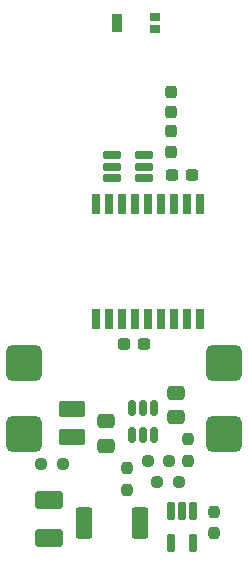
<source format=gbp>
G04 #@! TF.GenerationSoftware,KiCad,Pcbnew,9.0.3-9.0.3-0~ubuntu24.04.1*
G04 #@! TF.CreationDate,2025-08-01T09:32:50+02:00*
G04 #@! TF.ProjectId,PicoBalloon,5069636f-4261-46c6-9c6f-6f6e2e6b6963,rev?*
G04 #@! TF.SameCoordinates,Original*
G04 #@! TF.FileFunction,Paste,Bot*
G04 #@! TF.FilePolarity,Positive*
%FSLAX46Y46*%
G04 Gerber Fmt 4.6, Leading zero omitted, Abs format (unit mm)*
G04 Created by KiCad (PCBNEW 9.0.3-9.0.3-0~ubuntu24.04.1) date 2025-08-01 09:32:50*
%MOMM*%
%LPD*%
G01*
G04 APERTURE LIST*
G04 Aperture macros list*
%AMRoundRect*
0 Rectangle with rounded corners*
0 $1 Rounding radius*
0 $2 $3 $4 $5 $6 $7 $8 $9 X,Y pos of 4 corners*
0 Add a 4 corners polygon primitive as box body*
4,1,4,$2,$3,$4,$5,$6,$7,$8,$9,$2,$3,0*
0 Add four circle primitives for the rounded corners*
1,1,$1+$1,$2,$3*
1,1,$1+$1,$4,$5*
1,1,$1+$1,$6,$7*
1,1,$1+$1,$8,$9*
0 Add four rect primitives between the rounded corners*
20,1,$1+$1,$2,$3,$4,$5,0*
20,1,$1+$1,$4,$5,$6,$7,0*
20,1,$1+$1,$6,$7,$8,$9,0*
20,1,$1+$1,$8,$9,$2,$3,0*%
%AMOutline4P*
0 Free polygon, 4 corners , with rotation*
0 The origin of the aperture is its center*
0 number of corners: always 4*
0 $1 to $8 corner X, Y*
0 $9 Rotation angle, in degrees counterclockwise*
0 create outline with 4 corners*
4,1,4,$1,$2,$3,$4,$5,$6,$7,$8,$1,$2,$9*%
G04 Aperture macros list end*
%ADD10RoundRect,0.150000X-0.150000X0.512500X-0.150000X-0.512500X0.150000X-0.512500X0.150000X0.512500X0*%
%ADD11RoundRect,0.237500X0.250000X0.237500X-0.250000X0.237500X-0.250000X-0.237500X0.250000X-0.237500X0*%
%ADD12RoundRect,0.237500X-0.237500X0.250000X-0.237500X-0.250000X0.237500X-0.250000X0.237500X0.250000X0*%
%ADD13RoundRect,0.237500X0.237500X-0.287500X0.237500X0.287500X-0.237500X0.287500X-0.237500X-0.287500X0*%
%ADD14RoundRect,0.237500X0.300000X0.237500X-0.300000X0.237500X-0.300000X-0.237500X0.300000X-0.237500X0*%
%ADD15Outline4P,-0.400000X-0.325000X0.400000X-0.325000X0.400000X0.325000X-0.400000X0.325000X0.000000*%
%ADD16Outline4P,-0.400000X-0.800000X0.400000X-0.800000X0.400000X0.800000X-0.400000X0.800000X0.000000*%
%ADD17RoundRect,0.162500X-0.162500X0.617500X-0.162500X-0.617500X0.162500X-0.617500X0.162500X0.617500X0*%
%ADD18RoundRect,0.250000X0.475000X-0.337500X0.475000X0.337500X-0.475000X0.337500X-0.475000X-0.337500X0*%
%ADD19RoundRect,0.237500X-0.250000X-0.237500X0.250000X-0.237500X0.250000X0.237500X-0.250000X0.237500X0*%
%ADD20RoundRect,0.450000X-1.050000X1.050000X-1.050000X-1.050000X1.050000X-1.050000X1.050000X1.050000X0*%
%ADD21R,0.800000X1.800000*%
%ADD22RoundRect,0.249999X0.450001X1.075001X-0.450001X1.075001X-0.450001X-1.075001X0.450001X-1.075001X0*%
%ADD23RoundRect,0.250001X-0.944999X0.507499X-0.944999X-0.507499X0.944999X-0.507499X0.944999X0.507499X0*%
%ADD24RoundRect,0.237500X0.237500X-0.300000X0.237500X0.300000X-0.237500X0.300000X-0.237500X-0.300000X0*%
%ADD25RoundRect,0.162500X-0.617500X-0.162500X0.617500X-0.162500X0.617500X0.162500X-0.617500X0.162500X0*%
%ADD26RoundRect,0.250001X0.849999X-0.462499X0.849999X0.462499X-0.849999X0.462499X-0.849999X-0.462499X0*%
G04 APERTURE END LIST*
D10*
G04 #@! TO.C,U5*
X150661000Y-112414000D03*
X151611000Y-112414000D03*
X152561000Y-112414000D03*
X152561000Y-114689000D03*
X151611000Y-114689000D03*
X150661000Y-114689000D03*
G04 #@! TD*
D11*
G04 #@! TO.C,R2*
X154615500Y-118621000D03*
X152790500Y-118621000D03*
G04 #@! TD*
D12*
G04 #@! TO.C,R11*
X157600000Y-121187500D03*
X157600000Y-123012500D03*
G04 #@! TD*
D13*
G04 #@! TO.C,L1*
X154000000Y-90720000D03*
X154000000Y-88970000D03*
G04 #@! TD*
D14*
G04 #@! TO.C,C2*
X155762500Y-92700000D03*
X154037500Y-92700000D03*
G04 #@! TD*
D12*
G04 #@! TO.C,R8*
X155403000Y-115057500D03*
X155403000Y-116882500D03*
G04 #@! TD*
D11*
G04 #@! TO.C,R9*
X153831000Y-116859000D03*
X152006000Y-116859000D03*
G04 #@! TD*
D15*
G04 #@! TO.C,AE1*
X152600000Y-80300000D03*
D16*
X149400000Y-79800000D03*
D15*
X152600000Y-79300000D03*
G04 #@! TD*
D17*
G04 #@! TO.C,U6*
X153950000Y-121150000D03*
X154900000Y-121150000D03*
X155850000Y-121150000D03*
X155850000Y-123850000D03*
X153950000Y-123850000D03*
G04 #@! TD*
D18*
G04 #@! TO.C,C13*
X148436000Y-115589000D03*
X148436000Y-113514000D03*
G04 #@! TD*
D12*
G04 #@! TO.C,R7*
X150275000Y-117508500D03*
X150275000Y-119333500D03*
G04 #@! TD*
D19*
G04 #@! TO.C,R1*
X142987500Y-117100000D03*
X144812500Y-117100000D03*
G04 #@! TD*
D20*
G04 #@! TO.C,J2*
X158500000Y-108621000D03*
X158500000Y-114621000D03*
G04 #@! TD*
D21*
G04 #@! TO.C,U1*
X156400000Y-104850000D03*
X155300000Y-104850000D03*
X154200000Y-104850000D03*
X153100000Y-104850000D03*
X152000000Y-104850000D03*
X150900000Y-104850000D03*
X149800000Y-104850000D03*
X148700000Y-104850000D03*
X147600000Y-104850000D03*
X147600000Y-95150000D03*
X148700000Y-95150000D03*
X149800000Y-95150000D03*
X150900000Y-95150000D03*
X152000000Y-95150000D03*
X153100000Y-95150000D03*
X154200000Y-95150000D03*
X155300000Y-95150000D03*
X156400000Y-95150000D03*
G04 #@! TD*
D22*
G04 #@! TO.C,R10*
X151384000Y-122100000D03*
X146584000Y-122100000D03*
G04 #@! TD*
D23*
G04 #@! TO.C,C15*
X143650000Y-120172500D03*
X143650000Y-123427500D03*
G04 #@! TD*
D18*
G04 #@! TO.C,C14*
X154403000Y-113158500D03*
X154403000Y-111083500D03*
G04 #@! TD*
D24*
G04 #@! TO.C,C5*
X154000000Y-87332500D03*
X154000000Y-85607500D03*
G04 #@! TD*
D25*
G04 #@! TO.C,U2*
X149000000Y-92900000D03*
X149000000Y-91950000D03*
X149000000Y-91000000D03*
X151700000Y-91000000D03*
X151700000Y-91950000D03*
X151700000Y-92900000D03*
G04 #@! TD*
D14*
G04 #@! TO.C,C1*
X151725000Y-107000000D03*
X150000000Y-107000000D03*
G04 #@! TD*
D26*
G04 #@! TO.C,L2*
X145576000Y-114846500D03*
X145576000Y-112521500D03*
G04 #@! TD*
D20*
G04 #@! TO.C,J1*
X141500000Y-108621000D03*
X141500000Y-114621000D03*
G04 #@! TD*
M02*

</source>
